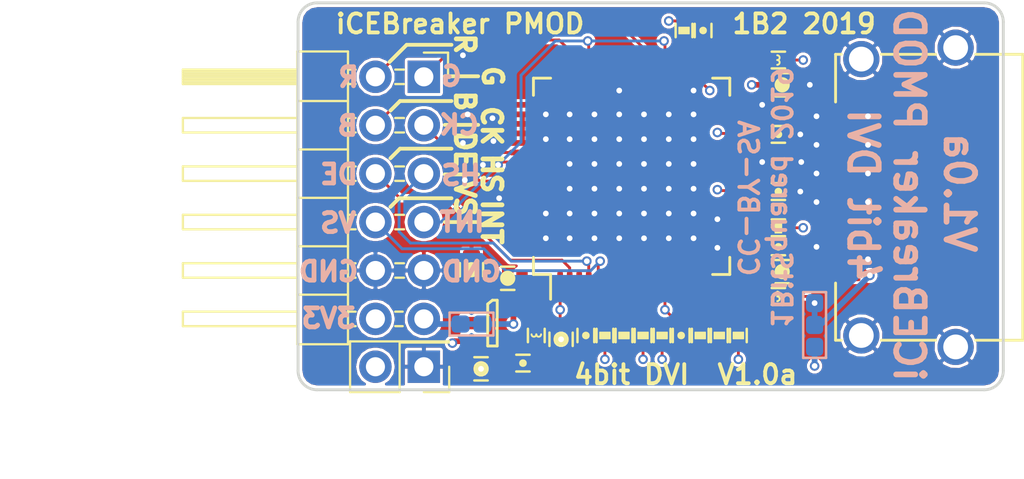
<source format=kicad_pcb>
(kicad_pcb (version 20171130) (host pcbnew 5.0.2-bee76a0~70~ubuntu18.04.1)
  (title_block (title "iCEBreaker PMOD - 4bit DVI") (rev V1.0a) (company 1BitSquared) (comment 1 "(C) 2018-2019 Piotr Esden-Tempski <piotr@esden.net>") (comment 2 "(C) 2018-2019 1BitSquared <info@1bitsquared.com>") (comment 3 "License: CC-BY-SA V4.0"))
  (layers (0 F.Cu signal) (1 In1.Cu signal) (2 In2.Cu signal) (31 B.Cu signal) (34 B.Paste user) (35 F.Paste user) (36 B.SilkS user) (37 F.SilkS user) (38 B.Mask user) (39 F.Mask user) (44 Edge.Cuts user))
  (net 0 "")
  (net 1 GND)
  (net 2 +3V3)
  (net 3 "Net-(J4-Pad2)")
  (net 4 +5V)
  (net 5 "Net-(C3-Pad1)")
  (net 6 /DVDD)
  (net 7 /DE)
  (net 8 /VREF)
  (net 9 /HS)
  (net 10 /VS)
  (net 11 "Net-(U2-Pad6)")
  (net 12 "Net-(U2-Pad7)")
  (net 13 "Net-(U2-Pad8)")
  (net 14 /EDGE-HTPLG)
  (net 15 /~PD)
  (net 16 "Net-(U2-Pad11)")
  (net 17 /ISEL-~RST)
  (net 18 /DSEL-SDA)
  (net 19 /BSEL-SCL)
  (net 20 /PVDD)
  (net 21 /CK-)
  (net 22 /CK+)
  (net 23 /TVDD)
  (net 24 /D0-)
  (net 25 /D0+)
  (net 26 /D1-)
  (net 27 /D1+)
  (net 28 /D2-)
  (net 29 /D2+)
  (net 30 /DKEN)
  (net 31 /RED)
  (net 32 /GRN)
  (net 33 "Net-(U2-Pad49)")
  (net 34 /BLU)
  (net 35 /CLK)
  (net 36 "Net-(J5-Pad19)")
  (net 37 "Net-(J5-Pad16)")
  (net 38 "Net-(J5-Pad15)")
  (net 39 "Net-(J5-Pad14)")
  (net 40 "Net-(J5-Pad13)")
  (net 41 "Net-(J1-Pad12)")
  (net 42 /TFADJ)
  (net 43 /INT)
  (module pkl_jumpers:J_NCNO_0903_30 (layer B.Cu) (at 57.1 46.9 270)
    (fp_text reference J4)
    (fp_text value 3v3_5v_sel)
    (fp_line (start -0.775 0) (end -0.375 0) (layer B.Cu) (width 0.3))
    (pad 1 smd roundrect (at -1.15 0 270) (size 0.95 0.9) (layers B.Cu B.Paste B.Mask) (net 2 +3V3))
    (pad 2 smd roundrect (at 0 0 270) (size 0.95 0.9) (layers B.Cu B.Paste B.Mask) (net 3 "Net-(J4-Pad2)"))
    (pad 3 smd roundrect (at 1.15 0 270) (size 0.95 0.9) (layers B.Cu B.Paste B.Mask) (net 4 +5V))
  )
  (module pkl_housings_qfp:TQFP-64-1EP_10x10mm_P0.5mm_EP5x5mm (layer F.Cu) (at 47.5 39.1 90)
    (fp_text reference U2)
    (fp_text value TFP410)
    (pad 65 thru_hole circle (at -1.95 3.25 90) (size 0.5 0.5) (drill 0.3) (layers *.Cu) (net 1 GND))
    (pad 65 thru_hole circle (at -3.25 3.25 90) (size 0.5 0.5) (drill 0.3) (layers *.Cu) (net 1 GND))
    (pad 65 thru_hole circle (at 0.65 3.25 90) (size 0.5 0.5) (drill 0.3) (layers *.Cu) (net 1 GND))
    (pad 65 thru_hole circle (at -0.65 3.25 90) (size 0.5 0.5) (drill 0.3) (layers *.Cu) (net 1 GND))
    (pad 65 thru_hole circle (at 3.25 3.25 90) (size 0.5 0.5) (drill 0.3) (layers *.Cu) (net 1 GND))
    (pad 65 thru_hole circle (at 1.95 3.25 90) (size 0.5 0.5) (drill 0.3) (layers *.Cu) (net 1 GND))
    (pad 65 thru_hole circle (at -1.95 1.95 90) (size 0.5 0.5) (drill 0.3) (layers *.Cu) (net 1 GND))
    (pad 65 thru_hole circle (at -3.25 1.95 90) (size 0.5 0.5) (drill 0.3) (layers *.Cu) (net 1 GND))
    (pad 65 thru_hole circle (at 0.65 1.95 90) (size 0.5 0.5) (drill 0.3) (layers *.Cu) (net 1 GND))
    (pad 65 thru_hole circle (at -0.65 1.95 90) (size 0.5 0.5) (drill 0.3) (layers *.Cu) (net 1 GND))
    (pad 65 thru_hole circle (at 3.25 1.95 90) (size 0.5 0.5) (drill 0.3) (layers *.Cu) (net 1 GND))
    (pad 65 thru_hole circle (at 1.95 1.95 90) (size 0.5 0.5) (drill 0.3) (layers *.Cu) (net 1 GND))
    (pad 65 thru_hole circle (at -3.25 0.65 90) (size 0.5 0.5) (drill 0.3) (layers *.Cu) (net 1 GND))
    (pad 65 thru_hole circle (at 0.65 0.65 90) (size 0.5 0.5) (drill 0.3) (layers *.Cu) (net 1 GND))
    (pad 65 thru_hole circle (at -0.65 0.65 90) (size 0.5 0.5) (drill 0.3) (layers *.Cu) (net 1 GND))
    (pad 65 thru_hole circle (at 1.95 0.65 90) (size 0.5 0.5) (drill 0.3) (layers *.Cu) (net 1 GND))
    (pad 65 thru_hole circle (at -1.95 0.65 90) (size 0.5 0.5) (drill 0.3) (layers *.Cu) (net 1 GND))
    (pad 65 thru_hole circle (at 3.25 0.65 90) (size 0.5 0.5) (drill 0.3) (layers *.Cu) (net 1 GND))
    (pad 65 thru_hole circle (at -3.25 -0.65 90) (size 0.5 0.5) (drill 0.3) (layers *.Cu) (net 1 GND))
    (pad 65 thru_hole circle (at 0.65 -0.65 90) (size 0.5 0.5) (drill 0.3) (layers *.Cu) (net 1 GND))
    (pad 65 thru_hole circle (at -0.65 -0.65 90) (size 0.5 0.5) (drill 0.3) (layers *.Cu) (net 1 GND))
    (pad 65 thru_hole circle (at 1.95 -0.65 90) (size 0.5 0.5) (drill 0.3) (layers *.Cu) (net 1 GND))
    (pad 65 thru_hole circle (at -1.95 -0.65 90) (size 0.5 0.5) (drill 0.3) (layers *.Cu) (net 1 GND))
    (pad 65 thru_hole circle (at 3.25 -0.65 90) (size 0.5 0.5) (drill 0.3) (layers *.Cu) (net 1 GND))
    (pad 65 thru_hole circle (at 1.95 -1.95 90) (size 0.5 0.5) (drill 0.3) (layers *.Cu) (net 1 GND))
    (pad 65 thru_hole circle (at -1.95 -1.95 90) (size 0.5 0.5) (drill 0.3) (layers *.Cu) (net 1 GND))
    (pad 65 thru_hole circle (at 3.25 -1.95 90) (size 0.5 0.5) (drill 0.3) (layers *.Cu) (net 1 GND))
    (pad 65 thru_hole circle (at -3.25 -1.95 90) (size 0.5 0.5) (drill 0.3) (layers *.Cu) (net 1 GND))
    (pad 65 thru_hole circle (at 0.65 -1.95 90) (size 0.5 0.5) (drill 0.3) (layers *.Cu) (net 1 GND))
    (pad 65 thru_hole circle (at -0.65 -1.95 90) (size 0.5 0.5) (drill 0.3) (layers *.Cu) (net 1 GND))
    (pad 65 thru_hole circle (at 3.25 -3.25 90) (size 0.5 0.5) (drill 0.3) (layers *.Cu) (net 1 GND))
    (pad 65 thru_hole circle (at 1.95 -3.25 90) (size 0.5 0.5) (drill 0.3) (layers *.Cu) (net 1 GND))
    (pad 65 thru_hole circle (at 0.65 -3.25 90) (size 0.5 0.5) (drill 0.3) (layers *.Cu) (net 1 GND))
    (pad 65 thru_hole circle (at -0.65 -3.25 90) (size 0.5 0.5) (drill 0.3) (layers *.Cu) (net 1 GND))
    (pad 65 thru_hole circle (at -1.95 -3.25 90) (size 0.5 0.5) (drill 0.3) (layers *.Cu) (net 1 GND))
    (pad 65 thru_hole circle (at -3.25 -3.25 90) (size 0.5 0.5) (drill 0.3) (layers *.Cu) (net 1 GND))
    (pad 65 smd rect (at 0 0 90) (size 8 8) (layers F.Cu) (net 1 GND))
    (pad 64 smd oval (at -3.75 -5.7 90) (size 0.3 1.5) (layers F.Cu F.Paste F.Mask) (net 1 GND))
    (pad 63 smd oval (at -3.25 -5.7 90) (size 0.3 1.5) (layers F.Cu F.Paste F.Mask) (net 1 GND))
    (pad 62 smd oval (at -2.75 -5.7 90) (size 0.3 1.5) (layers F.Cu F.Paste F.Mask) (net 1 GND))
    (pad 61 smd oval (at -2.25 -5.7 90) (size 0.3 1.5) (layers F.Cu F.Paste F.Mask) (net 1 GND))
    (pad 60 smd oval (at -1.75 -5.7 90) (size 0.3 1.5) (layers F.Cu F.Paste F.Mask) (net 1 GND))
    (pad 59 smd oval (at -1.25 -5.7 90) (size 0.3 1.5) (layers F.Cu F.Paste F.Mask) (net 34 /BLU))
    (pad 58 smd oval (at -0.75 -5.7 90) (size 0.3 1.5) (layers F.Cu F.Paste F.Mask) (net 34 /BLU))
    (pad 57 smd oval (at -0.25 -5.7 90) (size 0.3 1.5) (layers F.Cu F.Paste F.Mask) (net 35 /CLK))
    (pad 56 smd oval (at 0.25 -5.7 90) (size 0.3 1.5) (layers F.Cu F.Paste F.Mask) (net 1 GND))
    (pad 55 smd oval (at 0.75 -5.7 90) (size 0.3 1.5) (layers F.Cu F.Paste F.Mask) (net 43 /INT))
    (pad 54 smd oval (at 1.25 -5.7 90) (size 0.3 1.5) (layers F.Cu F.Paste F.Mask) (net 34 /BLU))
    (pad 53 smd oval (at 1.75 -5.7 90) (size 0.3 1.5) (layers F.Cu F.Paste F.Mask) (net 1 GND))
    (pad 52 smd oval (at 2.25 -5.7 90) (size 0.3 1.5) (layers F.Cu F.Paste F.Mask) (net 1 GND))
    (pad 51 smd oval (at 2.75 -5.7 90) (size 0.3 1.5) (layers F.Cu F.Paste F.Mask) (net 1 GND))
    (pad 50 smd oval (at 3.25 -5.7 90) (size 0.3 1.5) (layers F.Cu F.Paste F.Mask) (net 1 GND))
    (pad 49 smd oval (at 3.75 -5.7 90) (size 0.3 1.5) (layers F.Cu F.Paste F.Mask) (net 33 "Net-(U2-Pad49)"))
    (pad 48 smd oval (at 5.7 -3.75 180) (size 0.3 1.5) (layers F.Cu F.Paste F.Mask) (net 1 GND))
    (pad 47 smd oval (at 5.7 -3.25 180) (size 0.3 1.5) (layers F.Cu F.Paste F.Mask) (net 32 /GRN))
    (pad 46 smd oval (at 5.7 -2.75 180) (size 0.3 1.5) (layers F.Cu F.Paste F.Mask) (net 32 /GRN))
    (pad 45 smd oval (at 5.7 -2.25 180) (size 0.3 1.5) (layers F.Cu F.Paste F.Mask) (net 43 /INT))
    (pad 44 smd oval (at 5.7 -1.75 180) (size 0.3 1.5) (layers F.Cu F.Paste F.Mask) (net 32 /GRN))
    (pad 43 smd oval (at 5.7 -1.25 180) (size 0.3 1.5) (layers F.Cu F.Paste F.Mask) (net 1 GND))
    (pad 42 smd oval (at 5.7 -0.75 180) (size 0.3 1.5) (layers F.Cu F.Paste F.Mask) (net 1 GND))
    (pad 41 smd oval (at 5.7 -0.25 180) (size 0.3 1.5) (layers F.Cu F.Paste F.Mask) (net 1 GND))
    (pad 40 smd oval (at 5.7 0.25 180) (size 0.3 1.5) (layers F.Cu F.Paste F.Mask) (net 1 GND))
    (pad 39 smd oval (at 5.7 0.75 180) (size 0.3 1.5) (layers F.Cu F.Paste F.Mask) (net 31 /RED))
    (pad 38 smd oval (at 5.7 1.25 180) (size 0.3 1.5) (layers F.Cu F.Paste F.Mask) (net 31 /RED))
    (pad 37 smd oval (at 5.7 1.75 180) (size 0.3 1.5) (layers F.Cu F.Paste F.Mask) (net 43 /INT))
    (pad 36 smd oval (at 5.7 2.25 180) (size 0.3 1.5) (layers F.Cu F.Paste F.Mask) (net 31 /RED))
    (pad 35 smd oval (at 5.7 2.75 180) (size 0.3 1.5) (layers F.Cu F.Paste F.Mask) (net 30 /DKEN))
    (pad 34 smd oval (at 5.7 3.25 180) (size 0.3 1.5) (layers F.Cu F.Paste F.Mask) (net 1 GND))
    (pad 33 smd oval (at 5.7 3.75 180) (size 0.3 1.5) (layers F.Cu F.Paste F.Mask) (net 6 /DVDD))
    (pad 32 smd oval (at 3.75 5.7 90) (size 0.3 1.5) (layers F.Cu F.Paste F.Mask) (net 1 GND))
    (pad 31 smd oval (at 3.25 5.7 90) (size 0.3 1.5) (layers F.Cu F.Paste F.Mask) (net 29 /D2+))
    (pad 30 smd oval (at 2.75 5.7 90) (size 0.3 1.5) (layers F.Cu F.Paste F.Mask) (net 28 /D2-))
    (pad 29 smd oval (at 2.25 5.7 90) (size 0.3 1.5) (layers F.Cu F.Paste F.Mask) (net 23 /TVDD))
    (pad 28 smd oval (at 1.75 5.7 90) (size 0.3 1.5) (layers F.Cu F.Paste F.Mask) (net 27 /D1+))
    (pad 27 smd oval (at 1.25 5.7 90) (size 0.3 1.5) (layers F.Cu F.Paste F.Mask) (net 26 /D1-))
    (pad 26 smd oval (at 0.75 5.7 90) (size 0.3 1.5) (layers F.Cu F.Paste F.Mask) (net 1 GND))
    (pad 25 smd oval (at 0.25 5.7 90) (size 0.3 1.5) (layers F.Cu F.Paste F.Mask) (net 25 /D0+))
    (pad 24 smd oval (at -0.25 5.7 90) (size 0.3 1.5) (layers F.Cu F.Paste F.Mask) (net 24 /D0-))
    (pad 23 smd oval (at -0.75 5.7 90) (size 0.3 1.5) (layers F.Cu F.Paste F.Mask) (net 23 /TVDD))
    (pad 22 smd oval (at -1.25 5.7 90) (size 0.3 1.5) (layers F.Cu F.Paste F.Mask) (net 22 /CK+))
    (pad 21 smd oval (at -1.75 5.7 90) (size 0.3 1.5) (layers F.Cu F.Paste F.Mask) (net 21 /CK-))
    (pad 20 smd oval (at -2.25 5.7 90) (size 0.3 1.5) (layers F.Cu F.Paste F.Mask) (net 1 GND))
    (pad 19 smd oval (at -2.75 5.7 90) (size 0.3 1.5) (layers F.Cu F.Paste F.Mask) (net 42 /TFADJ))
    (pad 18 smd oval (at -3.25 5.7 90) (size 0.3 1.5) (layers F.Cu F.Paste F.Mask) (net 20 /PVDD))
    (pad 17 smd oval (at -3.75 5.7 90) (size 0.3 1.5) (layers F.Cu F.Paste F.Mask) (net 1 GND))
    (pad 16 smd oval (at -5.7 3.75 180) (size 0.3 1.5) (layers F.Cu F.Paste F.Mask) (net 1 GND))
    (pad 15 smd oval (at -5.7 3.25 180) (size 0.3 1.5) (layers F.Cu F.Paste F.Mask) (net 19 /BSEL-SCL))
    (pad 14 smd oval (at -5.7 2.75 180) (size 0.3 1.5) (layers F.Cu F.Paste F.Mask) (net 18 /DSEL-SDA))
    (pad 13 smd oval (at -5.7 2.25 180) (size 0.3 1.5) (layers F.Cu F.Paste F.Mask) (net 17 /ISEL-~RST))
    (pad 12 smd oval (at -5.7 1.75 180) (size 0.3 1.5) (layers F.Cu F.Paste F.Mask) (net 6 /DVDD))
    (pad 11 smd oval (at -5.7 1.25 180) (size 0.3 1.5) (layers F.Cu F.Paste F.Mask) (net 16 "Net-(U2-Pad11)"))
    (pad 10 smd oval (at -5.7 0.75 180) (size 0.3 1.5) (layers F.Cu F.Paste F.Mask) (net 15 /~PD))
    (pad 9 smd oval (at -5.7 0.25 180) (size 0.3 1.5) (layers F.Cu F.Paste F.Mask) (net 14 /EDGE-HTPLG))
    (pad 8 smd oval (at -5.7 -0.25 180) (size 0.3 1.5) (layers F.Cu F.Paste F.Mask) (net 13 "Net-(U2-Pad8)"))
    (pad 7 smd oval (at -5.7 -0.75 180) (size 0.3 1.5) (layers F.Cu F.Paste F.Mask) (net 12 "Net-(U2-Pad7)"))
    (pad 6 smd oval (at -5.7 -1.25 180) (size 0.3 1.5) (layers F.Cu F.Paste F.Mask) (net 11 "Net-(U2-Pad6)"))
    (pad 5 smd oval (at -5.7 -1.75 180) (size 0.3 1.5) (layers F.Cu F.Paste F.Mask) (net 10 /VS))
    (pad 4 smd oval (at -5.7 -2.25 180) (size 0.3 1.5) (layers F.Cu F.Paste F.Mask) (net 9 /HS))
    (pad 3 smd oval (at -5.7 -2.75 180) (size 0.3 1.5) (layers F.Cu F.Paste F.Mask) (net 8 /VREF))
    (pad 2 smd oval (at -5.7 -3.25 180) (size 0.3 1.5) (layers F.Cu F.Paste F.Mask) (net 7 /DE))
    (pad 1 smd oval (at -5.7 -3.75 180) (size 0.3 1.5) (layers F.Cu F.Paste F.Mask) (net 6 /DVDD))
  )
  (module pkl_jumpers:J_NC_0603_30 (layer B.Cu) (at 39.1 46.85 180)
    (fp_text reference J2)
    (fp_text value jmp)
    (fp_line (start -0.2 0) (end 0.2 0) (layer B.Cu) (width 0.3))
    (pad 1 smd roundrect (at -0.575 0 180) (size 0.95 0.9) (layers B.Cu B.Paste B.Mask) (net 2 +3V3))
    (pad 2 smd roundrect (at 0.575 0 180) (size 0.95 0.9) (layers B.Cu B.Paste B.Mask) (net 41 "Net-(J1-Pad12)"))
  )
  (module pkl_connectors:HDMI-10029449-111RLF (layer F.Cu) (at 59.5 40.2 90)
    (fp_text reference J5)
    (fp_text value HDMI_A_1.4 hide)
    (pad 19 smd roundrect (at -4.25 -0.95 90) (size 0.3 1.9) (layers F.Cu F.Paste F.Mask) (net 36 "Net-(J5-Pad19)"))
    (pad 1 smd roundrect (at 4.75 -0.95 90) (size 0.3 1.9) (layers F.Cu F.Paste F.Mask) (net 29 /D2+))
    (pad 18 smd roundrect (at -3.75 -0.95 90) (size 0.3 1.9) (layers F.Cu F.Paste F.Mask) (net 3 "Net-(J4-Pad2)"))
    (pad 17 smd roundrect (at -3.25 -0.95 90) (size 0.3 1.9) (layers F.Cu F.Paste F.Mask) (net 1 GND))
    (pad 16 smd roundrect (at -2.75 -0.95 90) (size 0.3 1.9) (layers F.Cu F.Paste F.Mask) (net 37 "Net-(J5-Pad16)"))
    (pad 15 smd roundrect (at -2.25 -0.95 90) (size 0.3 1.9) (layers F.Cu F.Paste F.Mask) (net 38 "Net-(J5-Pad15)"))
    (pad 14 smd roundrect (at -1.75 -0.95 90) (size 0.3 1.9) (layers F.Cu F.Paste F.Mask) (net 39 "Net-(J5-Pad14)"))
    (pad 13 smd roundrect (at -1.25 -0.95 90) (size 0.3 1.9) (layers F.Cu F.Paste F.Mask) (net 40 "Net-(J5-Pad13)"))
    (pad 12 smd roundrect (at -0.75 -0.95 90) (size 0.3 1.9) (layers F.Cu F.Paste F.Mask) (net 21 /CK-))
    (pad 11 smd roundrect (at -0.25 -0.95 90) (size 0.3 1.9) (layers F.Cu F.Paste F.Mask) (net 1 GND))
    (pad 10 smd roundrect (at 0.25 -0.95 90) (size 0.3 1.9) (layers F.Cu F.Paste F.Mask) (net 22 /CK+))
    (pad 9 smd roundrect (at 0.75 -0.95 90) (size 0.3 1.9) (layers F.Cu F.Paste F.Mask) (net 24 /D0-))
    (pad 8 smd roundrect (at 1.25 -0.95 90) (size 0.3 1.9) (layers F.Cu F.Paste F.Mask) (net 1 GND))
    (pad 7 smd roundrect (at 1.75 -0.95 90) (size 0.3 1.9) (layers F.Cu F.Paste F.Mask) (net 25 /D0+))
    (pad 6 smd roundrect (at 2.25 -0.95 90) (size 0.3 1.9) (layers F.Cu F.Paste F.Mask) (net 26 /D1-))
    (pad 5 smd roundrect (at 2.75 -0.95 90) (size 0.3 1.9) (layers F.Cu F.Paste F.Mask) (net 1 GND))
    (pad 4 smd roundrect (at 3.25 -0.95 90) (size 0.3 1.9) (layers F.Cu F.Paste F.Mask) (net 27 /D1+))
    (pad 3 smd roundrect (at 3.75 -0.95 90) (size 0.3 1.9) (layers F.Cu F.Paste F.Mask) (net 28 /D2-))
    (pad 2 smd roundrect (at 4.25 -0.95 90) (size 0.3 1.9) (layers F.Cu F.Paste F.Mask) (net 1 GND))
    (pad SH thru_hole circle (at -7.25 0.05 90) (size 1.9 1.9) (drill 1.3) (layers *.Cu *.Mask) (net 1 GND))
    (pad SH thru_hole circle (at 7.25 0.05 90) (size 1.9 1.9) (drill 1.3) (layers *.Cu *.Mask) (net 1 GND))
    (pad SH thru_hole circle (at 7.85 5 90) (size 1.9 1.9) (drill 1.3) (layers *.Cu *.Mask) (net 1 GND))
    (pad SH thru_hole circle (at -7.85 5 90) (size 1.9 1.9) (drill 1.3) (layers *.Cu *.Mask) (net 1 GND))
  )
  (module Connector_PinHeader_2.54mm:PinHeader_2x01_P2.54mm_Vertical (layer F.Cu) (at 36.6 49.09 180)
    (fp_text reference J3)
    (fp_text value 5V)
    (pad 1 thru_hole rect (at 0 0 180) (size 1.7 1.7) (drill 1) (layers *.Cu *.Mask) (net 1 GND))
    (pad 2 thru_hole oval (at 2.54 0 180) (size 1.7 1.7) (drill 1) (layers *.Cu *.Mask) (net 4 +5V))
  )
  (module pkl_dipol:C_0402 (layer F.Cu) (at 51.25 31.45 90)
    (fp_text reference C6)
    (fp_text value 100n)
    (pad 2 smd roundrect (at 0.5 0 90) (size 0.5 0.6) (layers F.Cu F.Paste F.Mask) (net 1 GND))
    (pad 1 smd roundrect (at -0.5 0 90) (size 0.5 0.6) (layers F.Cu F.Paste F.Mask) (net 6 /DVDD))
  )
  (module pkl_dipol:C_0402 (layer F.Cu) (at 55.2 39.9)
    (fp_text reference C7)
    (fp_text value 100n)
    (pad 1 smd roundrect (at -0.5 0) (size 0.5 0.6) (layers F.Cu F.Paste F.Mask) (net 23 /TVDD))
    (pad 2 smd roundrect (at 0.5 0) (size 0.5 0.6) (layers F.Cu F.Paste F.Mask) (net 1 GND))
  )
  (module pkl_dipol:C_0402 (layer F.Cu) (at 45.1 47.45 270)
    (fp_text reference C8)
    (fp_text value 100n)
    (pad 2 smd roundrect (at 0.5 0 270) (size 0.5 0.6) (layers F.Cu F.Paste F.Mask) (net 1 GND))
    (pad 1 smd roundrect (at -0.5 0 270) (size 0.5 0.6) (layers F.Cu F.Paste F.Mask) (net 6 /DVDD))
  )
  (module pkl_dipol:C_0402 (layer F.Cu) (at 55.2 42.8)
    (fp_text reference C9)
    (fp_text value 100n)
    (pad 1 smd roundrect (at -0.5 0) (size 0.5 0.6) (layers F.Cu F.Paste F.Mask) (net 20 /PVDD))
    (pad 2 smd roundrect (at 0.5 0) (size 0.5 0.6) (layers F.Cu F.Paste F.Mask) (net 1 GND))
  )
  (module pkl_dipol:C_0402 (layer F.Cu) (at 55.2 36.9)
    (fp_text reference C10)
    (fp_text value 100n)
    (pad 2 smd roundrect (at 0.5 0) (size 0.5 0.6) (layers F.Cu F.Paste F.Mask) (net 1 GND))
    (pad 1 smd roundrect (at -0.5 0) (size 0.5 0.6) (layers F.Cu F.Paste F.Mask) (net 23 /TVDD))
  )
  (module pkl_dipol:C_0402 (layer F.Cu) (at 50.1 47.45 270)
    (fp_text reference C5)
    (fp_text value 100n)
    (pad 2 smd roundrect (at 0.5 0 270) (size 0.5 0.6) (layers F.Cu F.Paste F.Mask) (net 1 GND))
    (pad 1 smd roundrect (at -0.5 0 270) (size 0.5 0.6) (layers F.Cu F.Paste F.Mask) (net 6 /DVDD))
  )
  (module pkl_dipol:C_0402 (layer F.Cu) (at 41.8 48.9)
    (fp_text reference C3)
    (fp_text value 470p)
    (pad 1 smd roundrect (at -0.5 0) (size 0.5 0.6) (layers F.Cu F.Paste F.Mask) (net 5 "Net-(C3-Pad1)"))
    (pad 2 smd roundrect (at 0.5 0) (size 0.5 0.6) (layers F.Cu F.Paste F.Mask) (net 1 GND))
  )
  (module pkl_dipol:C_0603 (layer F.Cu) (at 43.8 47.65 270)
    (fp_text reference C14)
    (fp_text value 10u)
    (pad 2 smd roundrect (at 0.75 0 270) (size 0.6 0.9) (layers F.Cu F.Paste F.Mask) (net 1 GND))
    (pad 1 smd roundrect (at -0.75 0 270) (size 0.6 0.9) (layers F.Cu F.Paste F.Mask) (net 6 /DVDD))
  )
  (module pkl_dipol:C_0603 (layer F.Cu) (at 55.4 34.3)
    (fp_text reference C16)
    (fp_text value 10u)
    (pad 1 smd roundrect (at -0.75 0) (size 0.6 0.9) (layers F.Cu F.Paste F.Mask) (net 23 /TVDD))
    (pad 2 smd roundrect (at 0.75 0) (size 0.6 0.9) (layers F.Cu F.Paste F.Mask) (net 1 GND))
  )
  (module pkl_dipol:C_0603 (layer F.Cu) (at 55.4 44.1)
    (fp_text reference C15)
    (fp_text value 10u)
    (pad 2 smd roundrect (at 0.75 0) (size 0.6 0.9) (layers F.Cu F.Paste F.Mask) (net 1 GND))
    (pad 1 smd roundrect (at -0.75 0) (size 0.6 0.9) (layers F.Cu F.Paste F.Mask) (net 20 /PVDD))
  )
  (module pkl_dipol:C_0603 (layer F.Cu) (at 39.1 44 90)
    (fp_text reference C2)
    (fp_text value 4u7)
    (pad 1 smd roundrect (at -0.75 0 90) (size 0.6 0.9) (layers F.Cu F.Paste F.Mask) (net 4 +5V))
    (pad 2 smd roundrect (at 0.75 0 90) (size 0.6 0.9) (layers F.Cu F.Paste F.Mask) (net 1 GND))
  )
  (module pkl_dipol:C_0603 (layer F.Cu) (at 39.6 49.2)
    (fp_text reference C1)
    (fp_text value 10u)
    (pad 2 smd roundrect (at 0.75 0) (size 0.6 0.9) (layers F.Cu F.Paste F.Mask) (net 1 GND))
    (pad 1 smd roundrect (at -0.75 0) (size 0.6 0.9) (layers F.Cu F.Paste F.Mask) (net 2 +3V3))
  )
  (module pkl_dipol:C_0603 (layer F.Cu) (at 41 44.45 180)
    (fp_text reference C4)
    (fp_text value 4u7)
    (pad 1 smd roundrect (at -0.75 0 180) (size 0.6 0.9) (layers F.Cu F.Paste F.Mask) (net 2 +3V3))
    (pad 2 smd roundrect (at 0.75 0 180) (size 0.6 0.9) (layers F.Cu F.Paste F.Mask) (net 1 GND))
  )
  (module pkl_dipol:L_0402 (layer F.Cu) (at 55.2 33 180)
    (fp_text reference L3)
    (fp_text value 600)
    (pad 1 smd roundrect (at -0.5 0 180) (size 0.5 0.6) (layers F.Cu F.Paste F.Mask) (net 2 +3V3))
    (pad 2 smd roundrect (at 0.5 0 180) (size 0.5 0.6) (layers F.Cu F.Paste F.Mask) (net 23 /TVDD))
  )
  (module pkl_dipol:L_0402 (layer F.Cu) (at 42.5 47.45 90)
    (fp_text reference L1)
    (fp_text value 600)
    (pad 2 smd roundrect (at 0.5 0 90) (size 0.5 0.6) (layers F.Cu F.Paste F.Mask) (net 6 /DVDD))
    (pad 1 smd roundrect (at -0.5 0 90) (size 0.5 0.6) (layers F.Cu F.Paste F.Mask) (net 2 +3V3))
  )
  (module pkl_dipol:L_0402 (layer F.Cu) (at 55.2 45.4 180)
    (fp_text reference L2)
    (fp_text value 600)
    (pad 1 smd roundrect (at -0.5 0 180) (size 0.5 0.6) (layers F.Cu F.Paste F.Mask) (net 2 +3V3))
    (pad 2 smd roundrect (at 0.5 0 180) (size 0.5 0.6) (layers F.Cu F.Paste F.Mask) (net 20 /PVDD))
  )
  (module pkl_dipol:R_0402 (layer F.Cu) (at 55.2 41.8 180)
    (fp_text reference R9)
    (fp_text value 500E)
    (pad 1 smd roundrect (at -0.5 0 180) (size 0.5 0.6) (layers F.Cu F.Paste F.Mask) (net 2 +3V3))
    (pad 2 smd roundrect (at 0.5 0 180) (size 0.5 0.6) (layers F.Cu F.Paste F.Mask) (net 42 /TFADJ))
  )
  (module pkl_dipol:R_0402 (layer F.Cu) (at 52.1 47.45 270)
    (fp_text reference R8)
    (fp_text value 10k)
    (pad 2 smd roundrect (at 0.5 0 270) (size 0.5 0.6) (layers F.Cu F.Paste F.Mask) (net 1 GND))
    (pad 1 smd roundrect (at -0.5 0 270) (size 0.5 0.6) (layers F.Cu F.Paste F.Mask) (net 18 /DSEL-SDA))
  )
  (module pkl_dipol:R_0402 (layer F.Cu) (at 51.1 47.45 270)
    (fp_text reference R7)
    (fp_text value 10k)
    (pad 1 smd roundrect (at -0.5 0 270) (size 0.5 0.6) (layers F.Cu F.Paste F.Mask) (net 17 /ISEL-~RST))
    (pad 2 smd roundrect (at 0.5 0 270) (size 0.5 0.6) (layers F.Cu F.Paste F.Mask) (net 1 GND))
  )
  (module pkl_dipol:R_0402 (layer F.Cu) (at 47.1 47.45 270)
    (fp_text reference R6)
    (fp_text value DNP)
    (pad 2 smd roundrect (at 0.5 0 270) (size 0.5 0.6) (layers F.Cu F.Paste F.Mask) (net 1 GND))
    (pad 1 smd roundrect (at -0.5 0 270) (size 0.5 0.6) (layers F.Cu F.Paste F.Mask) (net 8 /VREF))
  )
  (module pkl_dipol:R_0402 (layer F.Cu) (at 46.1 47.45 90)
    (fp_text reference R5)
    (fp_text value 33k)
    (pad 1 smd roundrect (at -0.5 0 90) (size 0.5 0.6) (layers F.Cu F.Paste F.Mask) (net 2 +3V3))
    (pad 2 smd roundrect (at 0.5 0 90) (size 0.5 0.6) (layers F.Cu F.Paste F.Mask) (net 8 /VREF))
  )
  (module pkl_dipol:R_0402 (layer F.Cu) (at 53.1 47.45 90)
    (fp_text reference R1)
    (fp_text value 10k)
    (pad 2 smd roundrect (at 0.5 0 90) (size 0.5 0.6) (layers F.Cu F.Paste F.Mask) (net 19 /BSEL-SCL))
    (pad 1 smd roundrect (at -0.5 0 90) (size 0.5 0.6) (layers F.Cu F.Paste F.Mask) (net 2 +3V3))
  )
  (module pkl_dipol:R_0402 (layer F.Cu) (at 49.1 47.45 90)
    (fp_text reference R2)
    (fp_text value 10k)
    (pad 1 smd roundrect (at -0.5 0 90) (size 0.5 0.6) (layers F.Cu F.Paste F.Mask) (net 2 +3V3))
    (pad 2 smd roundrect (at 0.5 0 90) (size 0.5 0.6) (layers F.Cu F.Paste F.Mask) (net 15 /~PD))
  )
  (module pkl_dipol:R_0402 (layer F.Cu) (at 50.25 31.45 270)
    (fp_text reference R3)
    (fp_text value 10k)
    (pad 2 smd roundrect (at 0.5 0 270) (size 0.5 0.6) (layers F.Cu F.Paste F.Mask) (net 30 /DKEN))
    (pad 1 smd roundrect (at -0.5 0 270) (size 0.5 0.6) (layers F.Cu F.Paste F.Mask) (net 2 +3V3))
  )
  (module pkl_dipol:R_0402 (layer F.Cu) (at 48.1 47.45 90)
    (fp_text reference R4)
    (fp_text value 10k)
    (pad 1 smd roundrect (at -0.5 0 90) (size 0.5 0.6) (layers F.Cu F.Paste F.Mask) (net 2 +3V3))
    (pad 2 smd roundrect (at 0.5 0 90) (size 0.5 0.6) (layers F.Cu F.Paste F.Mask) (net 14 /EDGE-HTPLG))
  )
  (module pkl_housings_sot:SOT-23-5 (layer F.Cu) (at 40.2 46.799999 180)
    (fp_text reference U1)
    (fp_text value VREG_3V3)
    (pad 1 smd roundrect (at 1.1 0.95) (size 1.06 0.65) (layers F.Cu F.Paste F.Mask) (net 4 +5V))
    (pad 2 smd roundrect (at 1.1 0) (size 1.06 0.65) (layers F.Cu F.Paste F.Mask) (net 1 GND))
    (pad 3 smd roundrect (at 1.1 -0.95) (size 1.06 0.65) (layers F.Cu F.Paste F.Mask) (net 4 +5V))
    (pad 4 smd roundrect (at -1.1 -0.95) (size 1.06 0.65) (layers F.Cu F.Paste F.Mask) (net 5 "Net-(C3-Pad1)"))
    (pad 5 smd roundrect (at -1.1 0.95) (size 1.06 0.65) (layers F.Cu F.Paste F.Mask) (net 2 +3V3))
  )
  (module pkl_connectors:PMODHeader_2x06_P2.54mm_Horizontal (layer F.Cu) (at 36.6 46.58 180)
    (fp_text reference J1)
    (fp_text value PMOD)
    (pad 6 thru_hole circle (at 0 0 180) (size 1.7 1.7) (drill 1) (layers *.Cu *.Mask) (net 41 "Net-(J1-Pad12)"))
    (pad 12 thru_hole oval (at 2.54 0 180) (size 1.7 1.7) (drill 1) (layers *.Cu *.Mask) (net 41 "Net-(J1-Pad12)"))
    (pad 5 thru_hole oval (at 0 2.54 180) (size 1.7 1.7) (drill 1) (layers *.Cu *.Mask) (net 1 GND))
    (pad 11 thru_hole oval (at 2.54 2.54 180) (size 1.7 1.7) (drill 1) (layers *.Cu *.Mask) (net 1 GND))
    (pad 4 thru_hole oval (at 0 5.08 180) (size 1.7 1.7) (drill 1) (layers *.Cu *.Mask) (net 43 /INT))
    (pad 10 thru_hole oval (at 2.54 5.08 180) (size 1.7 1.7) (drill 1) (layers *.Cu *.Mask) (net 10 /VS))
    (pad 3 thru_hole oval (at 0 7.62 180) (size 1.7 1.7) (drill 1) (layers *.Cu *.Mask) (net 9 /HS))
    (pad 9 thru_hole oval (at 2.54 7.62 180) (size 1.7 1.7) (drill 1) (layers *.Cu *.Mask) (net 7 /DE))
    (pad 2 thru_hole oval (at 0 10.16 180) (size 1.7 1.7) (drill 1) (layers *.Cu *.Mask) (net 35 /CLK))
    (pad 8 thru_hole oval (at 2.54 10.16 180) (size 1.7 1.7) (drill 1) (layers *.Cu *.Mask) (net 34 /BLU))
    (pad 1 thru_hole rect (at 0 12.7 180) (size 1.7 1.7) (drill 1) (layers *.Cu *.Mask) (net 32 /GRN))
    (pad 7 thru_hole circle (at 2.54 12.7 180) (size 1.7 1.7) (drill 1) (layers *.Cu *.Mask) (net 31 /RED))
  )
  (gr_text 3V3 (at 31.6 46.55) (layer B.SilkS) (effects (font (size 1 1) (thickness 0.25)) (justify mirror)))
  (gr_text GND (at 39.1 44.1) (layer B.SilkS) (effects (font (size 1 1) (thickness 0.25)) (justify mirror)))
  (gr_text GND (at 31.6 44.1) (layer B.SilkS) (effects (font (size 1 1) (thickness 0.25)) (justify mirror)))
  (gr_text "1BitSquared 2019" (at 55.35 40.2 270) (layer B.SilkS) (effects (font (size 1 1) (thickness 0.2)) (justify mirror)))
  (gr_text CC-BY-SA (at 53.6 40.25 270) (layer B.SilkS) (effects (font (size 1 1) (thickness 0.2)) (justify mirror)))
  (gr_text "1B2 2019" (at 56.55 31.1) (layer F.SilkS) (effects (font (size 1 1) (thickness 0.2))))
  (gr_text R (at 32.65 33.9) (layer B.SilkS) (effects (font (size 1 1) (thickness 0.25)) (justify mirror)))
  (gr_text G (at 38.05 33.85) (layer B.SilkS) (effects (font (size 1 1) (thickness 0.25)) (justify mirror)))
  (gr_text B (at 32.6 36.45) (layer B.SilkS) (effects (font (size 1 1) (thickness 0.25)) (justify mirror)))
  (gr_text CK (at 38.45 36.4) (layer B.SilkS) (effects (font (size 1 1) (thickness 0.25)) (justify mirror)))
  (gr_text DE (at 32.15 39) (layer B.SilkS) (effects (font (size 1 1) (thickness 0.25)) (justify mirror)))
  (gr_text HS (at 38.55 39.05) (layer B.SilkS) (effects (font (size 1 1) (thickness 0.25)) (justify mirror)))
  (gr_text VS (at 32.1 41.55) (layer B.SilkS) (effects (font (size 1 1) (thickness 0.25)) (justify mirror)))
  (gr_text INT (at 38.6 41.5) (layer B.SilkS) (effects (font (size 1 1) (thickness 0.25)) (justify mirror)))
  (gr_line (start 37.7 41.5) (end 39.45 41.5) (layer F.SilkS) (width 0.2))
  (gr_line (start 35.3 40.25) (end 38.05 40.25) (layer F.SilkS) (width 0.2))
  (gr_line (start 34.85 40.7) (end 35.3 40.25) (layer F.SilkS) (width 0.2))
  (gr_line (start 37.7 39) (end 39.45 39) (layer F.SilkS) (width 0.2))
  (gr_line (start 35.35 37.65) (end 38.05 37.65) (layer F.SilkS) (width 0.2))
  (gr_line (start 34.85 38.15) (end 35.35 37.65) (layer F.SilkS) (width 0.2))
  (gr_line (start 37.7 36.4) (end 39.45 36.4) (layer F.SilkS) (width 0.2))
  (gr_line (start 35.35 35.15) (end 38.05 35.15) (layer F.SilkS) (width 0.2))
  (gr_line (start 34.85 35.65) (end 35.35 35.15) (layer F.SilkS) (width 0.2))
  (gr_line (start 37.7 33.85) (end 39.45 33.85) (layer F.SilkS) (width 0.2))
  (gr_line (start 35.7 32.2) (end 38.05 32.2) (layer F.SilkS) (width 0.2))
  (gr_line (start 34.8 33.1) (end 35.7 32.2) (layer F.SilkS) (width 0.2))
  (gr_text INT (at 40.15 41.5 270) (layer F.SilkS) (effects (font (size 1 1) (thickness 0.25))))
  (gr_text HS (at 40.15 38.95 270) (layer F.SilkS) (effects (font (size 1 1) (thickness 0.25))))
  (gr_text VS (at 38.75 40.25 270) (layer F.SilkS) (effects (font (size 1 1) (thickness 0.25))))
  (gr_text DE (at 38.75 37.7 270) (layer F.SilkS) (effects (font (size 1 1) (thickness 0.25))))
  (gr_text CK (at 40.15 36.45 270) (layer F.SilkS) (effects (font (size 1 1) (thickness 0.25))))
  (gr_text B (at 38.75 35.15 270) (layer F.SilkS) (effects (font (size 1 1) (thickness 0.25))))
  (gr_text G (at 40.2 33.85 270) (layer F.SilkS) (effects (font (size 1 1) (thickness 0.25))))
  (gr_text R (at 38.75 32.15 270) (layer F.SilkS) (effects (font (size 1 1) (thickness 0.25))))
  (gr_text "iCEBreaker PMOD" (at 38.5 31.1) (layer F.SilkS) (effects (font (size 1 1) (thickness 0.2))))
  (gr_line (start 66 50.3) (end 31 50.3) (layer Edge.Cuts) (width 0.15))
  (gr_arc (start 31 49.3) (end 30 49.3) (angle -90) (layer Edge.Cuts) (width 0.15))
  (gr_arc (start 66 49.3) (end 66 50.3) (angle -90) (layer Edge.Cuts) (width 0.15))
  (gr_text "4bit DVI" (at 47.5 49.5) (layer F.SilkS) (effects (font (size 1 1) (thickness 0.2))))
  (gr_text V1.0a (at 54.1 49.5) (layer F.SilkS) (effects (font (size 1 1) (thickness 0.2))))
  (gr_text V1.0a (at 64.7 39.95 270) (layer B.SilkS) (effects (font (size 1.5 1.5) (thickness 0.3)) (justify mirror)))
  (gr_text "iCEBreaker PMOD\n4bit DVI" (at 60.85 40.1 270) (layer B.SilkS) (effects (font (size 1.5 1.5) (thickness 0.3)) (justify mirror)))
  (gr_arc (start 66 31) (end 67 31) (angle -90) (layer Edge.Cuts) (width 0.15))
  (gr_arc (start 31 31) (end 31 30) (angle -90) (layer Edge.Cuts) (width 0.15))
  (gr_line (start 30 49.3) (end 30 31) (layer Edge.Cuts) (width 0.15))
  (gr_line (start 67 31) (end 67 49.3) (layer Edge.Cuts) (width 0.15))
  (gr_line (start 31 30) (end 66 30) (layer Edge.Cuts) (width 0.15))
  (via (at 43 41.05) (size 0.5) (drill 0.3) (layers F.Cu B.Cu) (net 1))
  (via (at 43 42.35) (size 0.5) (drill 0.3) (layers F.Cu B.Cu) (net 1))
  (via (at 43 37.15) (size 0.5) (drill 0.3) (layers F.Cu B.Cu) (net 1))
  (via (at 43 35.85) (size 0.5) (drill 0.3) (layers F.Cu B.Cu) (net 1))
  (via (at 46.85 34.6) (size 0.5) (drill 0.3) (layers F.Cu B.Cu) (net 1))
  (via (at 50.75 34.6) (size 0.5) (drill 0.3) (layers F.Cu B.Cu) (net 1))
  (via (at 57.2 37.45) (size 0.5) (drill 0.3) (layers F.Cu B.Cu) (net 1))
  (via (at 57.2 35.95) (size 0.5) (drill 0.3) (layers F.Cu B.Cu) (net 1))
  (via (at 57.2 38.95) (size 0.5) (drill 0.3) (layers F.Cu B.Cu) (net 1))
  (via (at 57.2 40.45) (size 0.5) (drill 0.3) (layers F.Cu B.Cu) (net 1))
  (via (at 57.2 42.8) (size 0.5) (drill 0.3) (layers F.Cu B.Cu) (net 1))
  (via (at 59.9 40.45) (size 0.5) (drill 0.3) (layers F.Cu B.Cu) (net 1))
  (via (at 59.9 38.95) (size 0.5) (drill 0.3) (layers F.Cu B.Cu) (net 1))
  (via (at 59.9 37.45) (size 0.5) (drill 0.3) (layers F.Cu B.Cu) (net 1))
  (via (at 59.9 35.95) (size 0.5) (drill 0.3) (layers F.Cu B.Cu) (net 1))
  (via (at 59.9 43.45) (size 0.5) (drill 0.3) (layers F.Cu B.Cu) (net 1))
  (segment (start 57.2 43.153553) (end 57.2 42.8) (width 0.15) (layer F.Cu) (net 1))
  (segment (start 57.496447 43.45) (end 57.2 43.153553) (width 0.15) (layer F.Cu) (net 1))
  (segment (start 58.55 43.45) (end 57.496447 43.45) (width 0.15) (layer F.Cu) (net 1))
  (via (at 54.35 38.35) (size 0.5) (drill 0.3) (layers F.Cu B.Cu) (net 1))
  (via (at 54.35 35.35) (size 0.5) (drill 0.3) (layers F.Cu B.Cu) (net 1))
  (via (at 52 41.35) (size 0.5) (drill 0.3) (layers F.Cu B.Cu) (net 1))
  (via (at 52 42.85) (size 0.5) (drill 0.3) (layers F.Cu B.Cu) (net 1))
  (via (at 40.55 40.25) (size 0.5) (drill 0.3) (layers F.Cu B.Cu) (net 1))
  (via (at 38.75 39.3) (size 0.5) (drill 0.3) (layers F.Cu B.Cu) (net 1))
  (via (at 40.25 37.25) (size 0.5) (drill 0.3) (layers F.Cu B.Cu) (net 1))
  (via (at 40.2 36.05) (size 0.5) (drill 0.3) (layers F.Cu B.Cu) (net 1))
  (via (at 38.9 35.85) (size 0.5) (drill 0.3) (layers F.Cu B.Cu) (net 1))
  (via (at 38.65 37.35) (size 0.5) (drill 0.3) (layers F.Cu B.Cu) (net 1))
  (via (at 56.35 39.9) (size 0.5) (drill 0.3) (layers F.Cu B.Cu) (net 1))
  (via (at 56.35 36.9) (size 0.5) (drill 0.3) (layers F.Cu B.Cu) (net 1))
  (via (at 56.85 34.3) (size 0.5) (drill 0.3) (layers F.Cu B.Cu) (net 1))
  (via (at 56.4 38.35) (size 0.5) (drill 0.3) (layers F.Cu B.Cu) (net 1))
  (via (at 38.65 32.75) (size 0.5) (drill 0.3) (layers F.Cu B.Cu) (net 1))
  (via (at 39.7 38.5) (size 0.5) (drill 0.3) (layers F.Cu B.Cu) (net 1))
  (via (at 41.3 46.85) (size 0.5) (drill 0.3) (layers F.Cu B.Cu) (net 2))
  (segment (start 39.675 46.85) (end 41.3 46.85) (width 0.3) (layer B.Cu) (net 2))
  (segment (start 41.3 46.85) (end 41.3 45.849999) (width 0.3) (layer F.Cu) (net 2))
  (segment (start 41.75 45.399999) (end 41.3 45.849999) (width 0.3) (layer F.Cu) (net 2))
  (segment (start 41.75 44.45) (end 41.75 45.399999) (width 0.3) (layer F.Cu) (net 2))
  (via (at 39.6 49.2) (size 0.5) (drill 0.3) (layers F.Cu B.Cu) (net 2))
  (segment (start 38.85 49.2) (end 39.6 49.2) (width 0.3) (layer F.Cu) (net 2))
  (via (at 46.1 48.7) (size 0.5) (drill 0.3) (layers F.Cu B.Cu) (net 2))
  (segment (start 46.1 47.95) (end 46.1 48.7) (width 0.15) (layer F.Cu) (net 2))
  (via (at 48.1 48.7) (size 0.5) (drill 0.3) (layers F.Cu B.Cu) (net 2))
  (segment (start 48.1 47.95) (end 48.1 48.7) (width 0.15) (layer F.Cu) (net 2))
  (via (at 49.1 48.7) (size 0.5) (drill 0.3) (layers F.Cu B.Cu) (net 2))
  (segment (start 49.1 47.95) (end 49.1 48.7) (width 0.15) (layer F.Cu) (net 2))
  (via (at 53.1 48.7) (size 0.5) (drill 0.3) (layers F.Cu B.Cu) (net 2))
  (segment (start 53.1 47.95) (end 53.1 48.7) (width 0.15) (layer F.Cu) (net 2))
  (segment (start 42.5 47.95) (end 42.8 47.65) (width 0.3) (layer F.Cu) (net 2))
  (via (at 43.8 47.65) (size 0.5) (drill 0.3) (layers F.Cu B.Cu) (net 2))
  (segment (start 42.8 47.65) (end 43.8 47.65) (width 0.3) (layer F.Cu) (net 2))
  (via (at 49.45 30.95) (size 0.5) (drill 0.3) (layers F.Cu B.Cu) (net 2))
  (segment (start 50.25 30.95) (end 49.45 30.95) (width 0.15) (layer F.Cu) (net 2))
  (via (at 56.5 41.8) (size 0.5) (drill 0.3) (layers F.Cu B.Cu) (net 2))
  (segment (start 55.7 41.8) (end 56.5 41.8) (width 0.15) (layer F.Cu) (net 2))
  (via (at 56.5 33) (size 0.5) (drill 0.3) (layers F.Cu B.Cu) (net 2))
  (segment (start 55.7 33) (end 56.5 33) (width 0.15) (layer F.Cu) (net 2))
  (via (at 57.099996 45.75) (size 0.5) (drill 0.3) (layers F.Cu B.Cu) (net 2))
  (segment (start 56.749996 45.4) (end 57.099996 45.75) (width 0.15) (layer F.Cu) (net 2))
  (segment (start 55.7 45.4) (end 56.749996 45.4) (width 0.15) (layer F.Cu) (net 2))
  (via (at 60 44.3) (size 0.5) (drill 0.3) (layers F.Cu B.Cu) (net 3))
  (segment (start 59.65 43.95) (end 60 44.3) (width 0.15) (layer F.Cu) (net 3))
  (segment (start 58.55 43.95) (end 59.65 43.95) (width 0.15) (layer F.Cu) (net 3))
  (segment (start 57.4 46.9) (end 60 44.3) (width 0.3) (layer B.Cu) (net 3))
  (segment (start 57.1 46.9) (end 57.4 46.9) (width 0.3) (layer B.Cu) (net 3))
  (segment (start 39.1 44.75) (end 39.1 45.849999) (width 0.3) (layer F.Cu) (net 4))
  (segment (start 39.73 45.849999) (end 40.2 46.319999) (width 0.3) (layer F.Cu) (net 4))
  (segment (start 39.1 45.849999) (end 39.73 45.849999) (width 0.3) (layer F.Cu) (net 4))
  (segment (start 39.73 47.749999) (end 39.1 47.749999) (width 0.3) (layer F.Cu) (net 4))
  (segment (start 40.2 47.279999) (end 39.73 47.749999) (width 0.3) (layer F.Cu) (net 4))
  (segment (start 40.2 46.319999) (end 40.2 47.279999) (width 0.3) (layer F.Cu) (net 4))
  (via (at 38.1 47.85) (size 0.5) (drill 0.3) (layers F.Cu B.Cu) (net 4))
  (segment (start 38.200001 47.749999) (end 38.1 47.85) (width 0.3) (layer F.Cu) (net 4))
  (segment (start 39.1 47.749999) (end 38.200001 47.749999) (width 0.3) (layer F.Cu) (net 4))
  (via (at 57.1 49.05) (size 0.5) (drill 0.3) (layers F.Cu B.Cu) (net 4))
  (segment (start 57.1 48.05) (end 57.1 49.05) (width 0.3) (layer B.Cu) (net 4))
  (segment (start 41.3 47.749999) (end 41.3 48.9) (width 0.15) (layer F.Cu) (net 5))
  (segment (start 43.75 46.95) (end 43.8 46.9) (width 0.15) (layer F.Cu) (net 6))
  (segment (start 42.5 46.95) (end 43.75 46.95) (width 0.15) (layer F.Cu) (net 6))
  (segment (start 43.85 46.95) (end 43.8 46.9) (width 0.15) (layer F.Cu) (net 6))
  (segment (start 45.1 46.95) (end 43.85 46.95) (width 0.15) (layer F.Cu) (net 6))
  (segment (start 43.75 46.85) (end 43.8 46.9) (width 0.15) (layer F.Cu) (net 6))
  (segment (start 49.25 46.1) (end 50.1 46.95) (width 0.15) (layer F.Cu) (net 6))
  (segment (start 49.25 44.8) (end 49.25 46.1) (width 0.15) (layer F.Cu) (net 6))
  (segment (start 43.75 46.1) (end 43.75 46.85) (width 0.15) (layer F.Cu) (net 6))
  (via (at 43.75 46.1) (size 0.5) (drill 0.3) (layers F.Cu B.Cu) (net 6))
  (segment (start 43.75 44.8) (end 43.75 46.1) (width 0.15) (layer F.Cu) (net 6))
  (via (at 49.25 46.1) (size 0.5) (drill 0.3) (layers F.Cu B.Cu) (net 6))
  (segment (start 51.25 33.4) (end 51.25 31.95) (width 0.15) (layer F.Cu) (net 6))
  (via (at 51.6 34.6) (size 0.5) (drill 0.3) (layers F.Cu B.Cu) (net 6))
  (segment (start 51.25 34.25) (end 51.6 34.6) (width 0.15) (layer F.Cu) (net 6))
  (segment (start 51.25 33.4) (end 51.25 34.25) (width 0.15) (layer F.Cu) (net 6))
  (segment (start 44.25 43.9) (end 44.25 44.8) (width 0.15) (layer F.Cu) (net 7))
  (segment (start 43.85 43.5) (end 44.25 43.9) (width 0.15) (layer F.Cu) (net 7))
  (segment (start 41.14 43.5) (end 43.85 43.5) (width 0.15) (layer F.Cu) (net 7))
  (segment (start 34.06 38.96) (end 35.35 40.25) (width 0.15) (layer F.Cu) (net 7))
  (segment (start 37.89 40.25) (end 41.14 43.5) (width 0.15) (layer F.Cu) (net 7))
  (segment (start 35.35 40.25) (end 37.89 40.25) (width 0.15) (layer F.Cu) (net 7))
  (segment (start 46.1 46.95) (end 47.1 46.95) (width 0.15) (layer F.Cu) (net 8))
  (segment (start 46 46.95) (end 46.1 46.95) (width 0.15) (layer F.Cu) (net 8))
  (segment (start 44.75 45.7) (end 46 46.95) (width 0.15) (layer F.Cu) (net 8))
  (segment (start 44.75 44.8) (end 44.75 45.7) (width 0.15) (layer F.Cu) (net 8))
  (segment (start 45.25 43.650006) (end 45.149994 43.55) (width 0.15) (layer F.Cu) (net 9))
  (segment (start 45.25 44.8) (end 45.25 43.650006) (width 0.15) (layer F.Cu) (net 9))
  (via (at 45.149994 43.55) (size 0.5) (drill 0.3) (layers F.Cu B.Cu) (net 9))
  (segment (start 44.796441 43.55) (end 45.149994 43.55) (width 0.15) (layer B.Cu) (net 9))
  (segment (start 41.19 43.55) (end 44.796441 43.55) (width 0.15) (layer B.Cu) (net 9))
  (segment (start 36.6 38.96) (end 35.3 40.26) (width 0.15) (layer B.Cu) (net 9))
  (segment (start 35.3 40.26) (end 35.3 42) (width 0.15) (layer B.Cu) (net 9))
  (segment (start 35.3 42) (end 35.9 42.6) (width 0.15) (layer B.Cu) (net 9))
  (segment (start 40.239991 42.599991) (end 41.19 43.55) (width 0.15) (layer B.Cu) (net 9))
  (segment (start 35.900009 42.599991) (end 40.239991 42.599991) (width 0.15) (layer B.Cu) (net 9))
  (segment (start 35.9 42.6) (end 35.900009 42.599991) (width 0.15) (layer B.Cu) (net 9))
  (segment (start 45.75 44.8) (end 45.75 43.650013) (width 0.15) (layer F.Cu) (net 10))
  (segment (start 45.75 43.650013) (end 45.850013 43.55) (width 0.15) (layer F.Cu) (net 10))
  (via (at 45.850013 43.55) (size 0.5) (drill 0.3) (layers F.Cu B.Cu) (net 10))
  (segment (start 45.600014 43.799999) (end 45.850013 43.55) (width 0.15) (layer B.Cu) (net 10))
  (segment (start 45.350013 44.05) (end 45.600014 43.799999) (width 0.15) (layer B.Cu) (net 10))
  (segment (start 40.9 44.05) (end 45.350013 44.05) (width 0.15) (layer B.Cu) (net 10))
  (segment (start 34.06 41.5) (end 35.46 42.9) (width 0.15) (layer B.Cu) (net 10))
  (segment (start 39.75 42.9) (end 40.9 44.05) (width 0.15) (layer B.Cu) (net 10))
  (segment (start 35.46 42.9) (end 39.75 42.9) (width 0.15) (layer B.Cu) (net 10))
  (segment (start 47.75 46.6) (end 48.1 46.95) (width 0.15) (layer F.Cu) (net 14))
  (segment (start 47.75 44.8) (end 47.75 46.6) (width 0.15) (layer F.Cu) (net 14))
  (segment (start 48.25 46.1) (end 49.1 46.95) (width 0.15) (layer F.Cu) (net 15))
  (segment (start 48.25 44.8) (end 48.25 46.1) (width 0.15) (layer F.Cu) (net 15))
  (segment (start 51 46.95) (end 51.1 46.95) (width 0.15) (layer F.Cu) (net 17))
  (segment (start 49.75 45.7) (end 51 46.95) (width 0.15) (layer F.Cu) (net 17))
  (segment (start 49.75 44.8) (end 49.75 45.7) (width 0.15) (layer F.Cu) (net 17))
  (segment (start 51.62499 46.47499) (end 51.794543 46.644543) (width 0.15) (layer F.Cu) (net 18))
  (segment (start 51.794543 46.644543) (end 52.1 46.95) (width 0.15) (layer F.Cu) (net 18))
  (segment (start 51.02499 46.47499) (end 51.62499 46.47499) (width 0.15) (layer F.Cu) (net 18))
  (segment (start 50.25 45.7) (end 51.02499 46.47499) (width 0.15) (layer F.Cu) (net 18))
  (segment (start 50.25 44.8) (end 50.25 45.7) (width 0.15) (layer F.Cu) (net 18))
  (segment (start 52.794543 46.644543) (end 53.1 46.95) (width 0.15) (layer F.Cu) (net 19))
  (segment (start 52.32498 46.17498) (end 52.794543 46.644543) (width 0.15) (layer F.Cu) (net 19))
  (segment (start 51.22498 46.17498) (end 52.32498 46.17498) (width 0.15) (layer F.Cu) (net 19))
  (segment (start 50.75 45.7) (end 51.22498 46.17498) (width 0.15) (layer F.Cu) (net 19))
  (segment (start 50.75 44.8) (end 50.75 45.7) (width 0.15) (layer F.Cu) (net 19))
  (segment (start 54.7 44.15) (end 54.65 44.1) (width 0.15) (layer F.Cu) (net 20))
  (segment (start 54.7 45.4) (end 54.7 44.15) (width 0.15) (layer F.Cu) (net 20))
  (segment (start 54.7 44.05) (end 54.65 44.1) (width 0.15) (layer F.Cu) (net 20))
  (segment (start 54.7 42.8) (end 54.7 44.05) (width 0.15) (layer F.Cu) (net 20))
  (segment (start 54.25 42.35) (end 54.7 42.8) (width 0.15) (layer F.Cu) (net 20))
  (segment (start 53.2 42.35) (end 54.25 42.35) (width 0.15) (layer F.Cu) (net 20))
  (segment (start 56.996998 40.95) (end 57.5 40.95) (width 0.15) (layer F.Cu) (net 21))
  (segment (start 56.897008 40.85001) (end 56.996998 40.95) (width 0.15) (layer F.Cu) (net 21))
  (segment (start 57.5 40.95) (end 58.55 40.95) (width 0.15) (layer F.Cu) (net 21))
  (segment (start 53.9 40.85) (end 53.90001 40.85001) (width 0.15) (layer F.Cu) (net 21))
  (segment (start 53.90001 40.85001) (end 56.897008 40.85001) (width 0.15) (layer F.Cu) (net 21))
  (segment (start 53.2 40.85) (end 53.9 40.85) (width 0.15) (layer F.Cu) (net 21))
  (segment (start 57.003002 39.95) (end 57.5 39.95) (width 0.15) (layer F.Cu) (net 22))
  (segment (start 56.503002 40.45) (end 57.003002 39.95) (width 0.15) (layer F.Cu) (net 22))
  (segment (start 57.5 39.95) (end 58.55 39.95) (width 0.15) (layer F.Cu) (net 22))
  (segment (start 54.15 40.45) (end 56.503002 40.45) (width 0.15) (layer F.Cu) (net 22))
  (segment (start 53.2 40.35) (end 54.05 40.35) (width 0.15) (layer F.Cu) (net 22))
  (segment (start 54.05 40.35) (end 54.15 40.45) (width 0.15) (layer F.Cu) (net 22))
  (segment (start 54.65 39.85) (end 54.7 39.9) (width 0.15) (layer F.Cu) (net 23))
  (segment (start 53.2 39.85) (end 54.65 39.85) (width 0.15) (layer F.Cu) (net 23))
  (segment (start 54.65 36.85) (end 54.7 36.9) (width 0.15) (layer F.Cu) (net 23))
  (segment (start 53.2 36.85) (end 54.65 36.85) (width 0.15) (layer F.Cu) (net 23))
  (via (at 52 39.8) (size 0.5) (drill 0.3) (layers F.Cu B.Cu) (net 23))
  (segment (start 53.2 39.85) (end 52.05 39.85) (width 0.15) (layer F.Cu) (net 23))
  (segment (start 52.05 39.85) (end 52 39.8) (width 0.15) (layer F.Cu) (net 23))
  (via (at 52 36.8) (size 0.5) (drill 0.3) (layers F.Cu B.Cu) (net 23))
  (segment (start 53.2 36.85) (end 52.05 36.85) (width 0.15) (layer F.Cu) (net 23))
  (segment (start 52.05 36.85) (end 52 36.8) (width 0.15) (layer F.Cu) (net 23))
  (segment (start 54.7 34.25) (end 54.65 34.3) (width 0.15) (layer F.Cu) (net 23))
  (segment (start 54.7 33) (end 54.7 34.25) (width 0.15) (layer F.Cu) (net 23))
  (via (at 53.8 34.3) (size 0.5) (drill 0.3) (layers F.Cu B.Cu) (net 23))
  (segment (start 53.8 34.3) (end 54.65 34.3) (width 0.3) (layer F.Cu) (net 23))
  (segment (start 57.5 39.45) (end 58.55 39.45) (width 0.15) (layer F.Cu) (net 24))
  (segment (start 56.896998 39.35) (end 56.996998 39.45) (width 0.15) (layer F.Cu) (net 24))
  (segment (start 56.996998 39.45) (end 57.5 39.45) (width 0.15) (layer F.Cu) (net 24))
  (segment (start 53.2 39.35) (end 56.896998 39.35) (width 0.15) (layer F.Cu) (net 24))
  (segment (start 53.971765 38.85) (end 54.071765 38.95) (width 0.15) (layer F.Cu) (net 25))
  (segment (start 53.2 38.85) (end 53.971765 38.85) (width 0.15) (layer F.Cu) (net 25))
  (segment (start 56.996998 38.45) (end 57.5 38.45) (width 0.15) (layer F.Cu) (net 25))
  (segment (start 57.5 38.45) (end 58.55 38.45) (width 0.15) (layer F.Cu) (net 25))
  (segment (start 56.496998 38.95) (end 56.996998 38.45) (width 0.15) (layer F.Cu) (net 25))
  (segment (start 54.071765 38.95) (end 56.496998 38.95) (width 0.15) (layer F.Cu) (net 25))
  (segment (start 57.5 37.95) (end 58.55 37.95) (width 0.15) (layer F.Cu) (net 26))
  (segment (start 56.872018 37.82502) (end 56.996998 37.95) (width 0.15) (layer F.Cu) (net 26))
  (segment (start 53.87498 37.82502) (end 56.872018 37.82502) (width 0.15) (layer F.Cu) (net 26))
  (segment (start 53.85 37.85) (end 53.87498 37.82502) (width 0.15) (layer F.Cu) (net 26))
  (segment (start 56.996998 37.95) (end 57.5 37.95) (width 0.15) (layer F.Cu) (net 26))
  (segment (start 53.2 37.85) (end 53.85 37.85) (width 0.15) (layer F.Cu) (net 26))
  (segment (start 57.5 36.95) (end 58.55 36.95) (width 0.15) (layer F.Cu) (net 27))
  (segment (start 57 36.95) (end 57.5 36.95) (width 0.15) (layer F.Cu) (net 27))
  (segment (start 56.52499 37.42501) (end 57 36.95) (width 0.15) (layer F.Cu) (net 27))
  (segment (start 53.2 37.35) (end 53.971765 37.35) (width 0.15) (layer F.Cu) (net 27))
  (segment (start 54.046775 37.42501) (end 56.52499 37.42501) (width 0.15) (layer F.Cu) (net 27))
  (segment (start 53.971765 37.35) (end 54.046775 37.42501) (width 0.15) (layer F.Cu) (net 27))
  (segment (start 56.996998 36.45) (end 57.5 36.45) (width 0.15) (layer F.Cu) (net 28))
  (segment (start 56.896998 36.35) (end 56.996998 36.45) (width 0.15) (layer F.Cu) (net 28))
  (segment (start 57.5 36.45) (end 58.55 36.45) (width 0.15) (layer F.Cu) (net 28))
  (segment (start 53.2 36.35) (end 56.896998 36.35) (width 0.15) (layer F.Cu) (net 28))
  (segment (start 53.971765 35.85) (end 54.071765 35.95) (width 0.15) (layer F.Cu) (net 29))
  (segment (start 53.2 35.85) (end 53.971765 35.85) (width 0.15) (layer F.Cu) (net 29))
  (segment (start 57.5 35.45) (end 58.55 35.45) (width 0.15) (layer F.Cu) (net 29))
  (segment (start 56.996998 35.45) (end 57.5 35.45) (width 0.15) (layer F.Cu) (net 29))
  (segment (start 56.496998 35.95) (end 56.996998 35.45) (width 0.15) (layer F.Cu) (net 29))
  (segment (start 54.071765 35.95) (end 56.496998 35.95) (width 0.15) (layer F.Cu) (net 29))
  (segment (start 50.25 33.4) (end 50.25 31.95) (width 0.15) (layer F.Cu) (net 30))
  (segment (start 48.25 34.3) (end 48.45 34.5) (width 0.15) (layer F.Cu) (net 31))
  (segment (start 49.75 34.3) (end 49.75 33.4) (width 0.15) (layer F.Cu) (net 31))
  (segment (start 49.55 34.5) (end 49.75 34.3) (width 0.15) (layer F.Cu) (net 31))
  (segment (start 48.25 33.4) (end 48.25 34.3) (width 0.15) (layer F.Cu) (net 31))
  (segment (start 48.75 33.4) (end 48.75 34.5) (width 0.15) (layer F.Cu) (net 31))
  (segment (start 48.45 34.5) (end 48.75 34.5) (width 0.15) (layer F.Cu) (net 31))
  (segment (start 48.75 34.5) (end 49.25 34.5) (width 0.15) (layer F.Cu) (net 31))
  (segment (start 49.25 34.5) (end 49.55 34.5) (width 0.15) (layer F.Cu) (net 31))
  (segment (start 48.25 32.5) (end 48.25 33.4) (width 0.15) (layer F.Cu) (net 31))
  (segment (start 34.06 33.88) (end 36.49 31.45) (width 0.15) (layer F.Cu) (net 31))
  (segment (start 47.2 31.45) (end 48.25 32.5) (width 0.15) (layer F.Cu) (net 31))
  (segment (start 36.49 31.45) (end 47.2 31.45) (width 0.15) (layer F.Cu) (net 31))
  (segment (start 45.55 34.5) (end 45.75 34.3) (width 0.15) (layer F.Cu) (net 32))
  (segment (start 45.75 34.3) (end 45.75 33.4) (width 0.15) (layer F.Cu) (net 32))
  (segment (start 44.25 34.3) (end 44.45 34.5) (width 0.15) (layer F.Cu) (net 32))
  (segment (start 44.25 33.4) (end 44.25 34.3) (width 0.15) (layer F.Cu) (net 32))
  (segment (start 44.75 33.4) (end 44.75 34.5) (width 0.15) (layer F.Cu) (net 32))
  (segment (start 44.45 34.5) (end 44.75 34.5) (width 0.15) (layer F.Cu) (net 32))
  (segment (start 44.75 34.5) (end 45.25 34.5) (width 0.15) (layer F.Cu) (net 32))
  (segment (start 45.25 34.5) (end 45.55 34.5) (width 0.15) (layer F.Cu) (net 32))
  (segment (start 44.25 32.5) (end 44.25 33.4) (width 0.15) (layer F.Cu) (net 32))
  (segment (start 43.700001 31.950001) (end 44.25 32.5) (width 0.15) (layer F.Cu) (net 32))
  (segment (start 38.549999 31.950001) (end 43.700001 31.950001) (width 0.15) (layer F.Cu) (net 32))
  (segment (start 36.6 33.88) (end 36.62 33.88) (width 0.15) (layer F.Cu) (net 32))
  (segment (start 36.62 33.88) (end 38.549999 31.950001) (width 0.15) (layer F.Cu) (net 32))
  (segment (start 42.7 40.35) (end 42.9 40.15) (width 0.15) (layer F.Cu) (net 34))
  (segment (start 41.8 40.35) (end 42.7 40.35) (width 0.15) (layer F.Cu) (net 34))
  (segment (start 42.7 37.85) (end 42.9 38.05) (width 0.15) (layer F.Cu) (net 34))
  (segment (start 41.8 37.85) (end 42.7 37.85) (width 0.15) (layer F.Cu) (net 34))
  (segment (start 42.9 38.05) (end 42.9 38.35) (width 0.15) (layer F.Cu) (net 34))
  (segment (start 41.8 39.85) (end 42.9 39.85) (width 0.15) (layer F.Cu) (net 34))
  (segment (start 42.9 38.35) (end 42.9 39.85) (width 0.15) (layer F.Cu) (net 34))
  (segment (start 42.9 39.85) (end 42.9 40.15) (width 0.15) (layer F.Cu) (net 34))
  (segment (start 35.33 35.15) (end 37.446998 35.15) (width 0.15) (layer F.Cu) (net 34))
  (segment (start 34.06 36.42) (end 35.33 35.15) (width 0.15) (layer F.Cu) (net 34))
  (segment (start 40.9 37.85) (end 41.8 37.85) (width 0.15) (layer F.Cu) (net 34))
  (segment (start 37.446998 35.15) (end 40.146998 37.85) (width 0.15) (layer F.Cu) (net 34))
  (segment (start 40.146998 37.85) (end 40.9 37.85) (width 0.15) (layer F.Cu) (net 34))
  (segment (start 36.6 36.42) (end 36.6 36.45) (width 0.15) (layer F.Cu) (net 35))
  (segment (start 39.53 39.35) (end 41.8 39.35) (width 0.15) (layer F.Cu) (net 35))
  (segment (start 36.6 36.42) (end 39.53 39.35) (width 0.15) (layer F.Cu) (net 35))
  (segment (start 36.87 46.85) (end 36.6 46.58) (width 0.3) (layer B.Cu) (net 41))
  (segment (start 38.525 46.85) (end 36.87 46.85) (width 0.3) (layer B.Cu) (net 41))
  (segment (start 54.65 41.85) (end 54.7 41.8) (width 0.15) (layer F.Cu) (net 42))
  (segment (start 53.2 41.85) (end 54.65 41.85) (width 0.15) (layer F.Cu) (net 42))
  (via (at 40.5 38.5) (size 0.5) (drill 0.3) (layers F.Cu B.Cu) (net 43))
  (segment (start 40.65 38.35) (end 41.8 38.35) (width 0.15) (layer F.Cu) (net 43))
  (segment (start 40.5 38.5) (end 40.65 38.35) (width 0.15) (layer F.Cu) (net 43))
  (segment (start 41.7 37.3) (end 41.7 33.8) (width 0.15) (layer B.Cu) (net 43))
  (segment (start 40.5 38.5) (end 41.7 37.3) (width 0.15) (layer B.Cu) (net 43))
  (via (at 45.2 32) (size 0.5) (drill 0.3) (layers F.Cu B.Cu) (net 43))
  (segment (start 41.7 33.8) (end 43.5 32) (width 0.15) (layer B.Cu) (net 43))
  (segment (start 43.5 32) (end 45.2 32) (width 0.15) (layer B.Cu) (net 43))
  (segment (start 45.25 32.05) (end 45.2 32) (width 0.15) (layer F.Cu) (net 43))
  (segment (start 45.25 33.4) (end 45.25 32.05) (width 0.15) (layer F.Cu) (net 43))
  (via (at 49.2 32) (size 0.5) (drill 0.3) (layers F.Cu B.Cu) (net 43))
  (segment (start 45.2 32) (end 49.2 32) (width 0.15) (layer B.Cu) (net 43))
  (segment (start 49.25 32.05) (end 49.2 32) (width 0.15) (layer F.Cu) (net 43))
  (segment (start 49.25 33.4) (end 49.25 32.05) (width 0.15) (layer F.Cu) (net 43))
  (segment (start 37.5 41.5) (end 40.5 38.5) (width 0.15) (layer B.Cu) (net 43))
  (segment (start 36.6 41.5) (end 37.5 41.5) (width 0.15) (layer B.Cu) (net 43))
  (zone (net 1) (net_name GND) (layer F.Cu) (connect_pads (clearance 0.15)) (min_thickness 0.15) (fill yes (arc_segments 16) (thermal_gap 0.15) (thermal_bridge_width 0.2))
    (polygon (pts (xy 30 30) (xy 67.5 30) (xy 67.5 50.3) (xy 30 50.3)))
  )
  (zone (net 1) (net_name GND) (layer B.Cu) (connect_pads (clearance 0.15)) (min_thickness 0.15) (fill yes (arc_segments 16) (thermal_gap 0.15) (thermal_bridge_width 0.2))
    (polygon (pts (xy 30 30) (xy 67.5 30) (xy 67.5 50.3) (xy 30 50.3)))
  )
)
</source>
